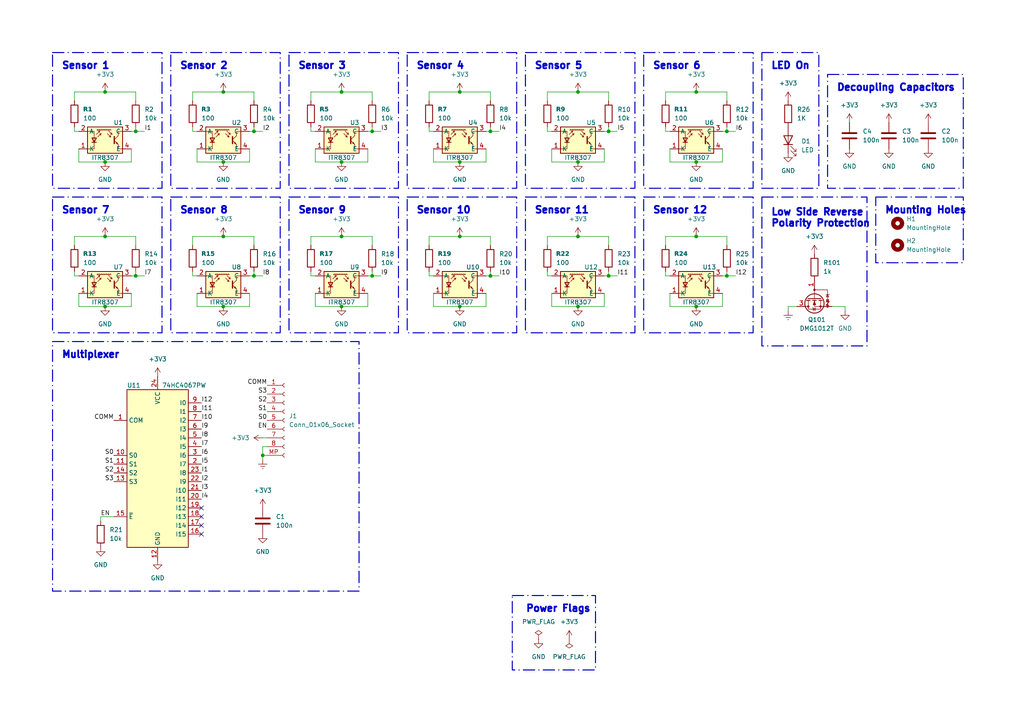
<source format=kicad_sch>
(kicad_sch (version 20230121) (generator eeschema)
  (paper "A4")
  (title_block (title "Line Sensor") (date "2024-01-13") (rev "1") (comment 1 "Autor: Pedro Henrique Germano Silva"))
  (lib_symbols
    (symbol "CUSTOM:74HC4067PW"
      (property "Reference" "U" (at -8.89 22.86 0))
      (property "Value" "74HC4067PW" (at 7.62 22.86 0))
      (symbol "74HC4067PW_0_1"
        (rectangle (start -8.89 21.59) (end 8.89 -24.13) (stroke (width 0.254)) (fill (type background)))
      )
      (symbol "74HC4067PW_1_1"
        (pin passive line (at -12.7 12.7 0) (length 3.81) (name "COM") (number "1"))
        (pin input line (at -12.7 2.54 0) (length 3.81) (name "S0") (number "10"))
        (pin input line (at -12.7 0 0) (length 3.81) (name "S1") (number "11"))
        (pin power_in line (at 0 -27.94 90) (length 3.81) (name "GND") (number "12"))
        (pin input line (at -12.7 -5.08 0) (length 3.81) (name "S3") (number "13"))
        (pin input line (at -12.7 -2.54 0) (length 3.81) (name "S2") (number "14"))
        (pin input line (at -12.7 -15.24 0) (length 3.81) (name "~{E}") (number "15"))
        (pin passive line (at 12.7 -20.32 180) (length 3.81) (name "I15") (number "16"))
        (pin passive line (at 12.7 -17.78 180) (length 3.81) (name "I14") (number "17"))
        (pin passive line (at 12.7 -15.24 180) (length 3.81) (name "I13") (number "18"))
        (pin passive line (at 12.7 -12.7 180) (length 3.81) (name "I12") (number "19"))
        (pin passive line (at 12.7 0 180) (length 3.81) (name "I7") (number "2"))
        (pin passive line (at 12.7 -10.16 180) (length 3.81) (name "I11") (number "20"))
        (pin passive line (at 12.7 -7.62 180) (length 3.81) (name "I10") (number "21"))
        (pin passive line (at 12.7 -5.08 180) (length 3.81) (name "I9") (number "22"))
        (pin passive line (at 12.7 -2.54 180) (length 3.81) (name "I8") (number "23"))
        (pin power_in line (at 0 25.4 270) (length 3.81) (name "VCC") (number "24"))
        (pin passive line (at 12.7 2.54 180) (length 3.81) (name "I6") (number "3"))
        (pin passive line (at 12.7 5.08 180) (length 3.81) (name "I5") (number "4"))
        (pin passive line (at 12.7 7.62 180) (length 3.81) (name "I4") (number "5"))
        (pin passive line (at 12.7 10.16 180) (length 3.81) (name "I3") (number "6"))
        (pin passive line (at 12.7 12.7 180) (length 3.81) (name "I2") (number "7"))
        (pin passive line (at 12.7 15.24 180) (length 3.81) (name "I1") (number "8"))
        (pin passive line (at 12.7 17.78 180) (length 3.81) (name "I0") (number "9"))
      )
    )
    (symbol "CUSTOM:ITR8307/S18/TR8(B)"
      (property "Reference" "U" (at -3.81 5.08 0))
      (property "Value" "ITR8307" (at 2.54 5.08 0))
      (symbol "ITR8307/S18/TR8(B)_0_1"
        (polyline (pts (xy -3.81 -0.635) (xy -2.54 -0.635)) (stroke (width 0.254)))
        (polyline (pts (xy -2.286 2.921) (xy -2.032 3.175)))
        (polyline (pts (xy -1.778 2.921) (xy -1.524 3.175)))
        (polyline (pts (xy -1.524 2.667) (xy -1.651 2.159)))
        (polyline (pts (xy -1.27 2.921) (xy -1.016 3.175)))
        (polyline (pts (xy -1.143 1.905) (xy -1.27 1.397)))
        (polyline (pts (xy -0.762 2.921) (xy -0.508 3.175)))
        (polyline (pts (xy -0.254 2.921) (xy 0 3.175)))
        (polyline (pts (xy 0.254 2.921) (xy 0.508 3.175)))
        (polyline (pts (xy 0.762 2.921) (xy 1.016 3.175)))
        (polyline (pts (xy 1.27 2.921) (xy 1.524 3.175)))
        (polyline (pts (xy 1.651 0.889) (xy 1.143 1.016)))
        (polyline (pts (xy 1.778 2.921) (xy -2.413 2.921)))
        (polyline (pts (xy 2.032 1.651) (xy 1.524 1.778)))
        (polyline (pts (xy 2.667 -0.127) (xy 3.81 -1.27)))
        (polyline (pts (xy 2.667 0.127) (xy 3.81 1.27)))
        (polyline (pts (xy -2.54 1.651) (xy -1.524 2.667) (xy -2.032 2.54)))
        (polyline (pts (xy -2.159 0.889) (xy -1.143 1.905) (xy -1.651 1.778)))
        (polyline (pts (xy 0.635 1.905) (xy 1.651 0.889) (xy 1.524 1.397)))
        (polyline (pts (xy 1.016 2.667) (xy 2.032 1.651) (xy 1.905 2.159)))
        (polyline (pts (xy 2.667 1.016) (xy 2.667 -1.016) (xy 2.667 -1.016)) (stroke (width 0.3556)))
        (polyline (pts (xy 3.81 -1.27) (xy 3.81 -2.54) (xy 5.08 -2.54)))
        (polyline (pts (xy 3.81 1.27) (xy 3.81 2.54) (xy 5.08 2.54)))
        (polyline (pts (xy -5.08 -2.54) (xy -3.175 -2.54) (xy -3.175 2.54) (xy -5.08 2.54)))
        (polyline (pts (xy -3.175 -0.635) (xy -3.81 0.635) (xy -2.54 0.635) (xy -3.175 -0.635)) (stroke (width 0.254)))
        (polyline (pts (xy 3.683 -1.143) (xy 3.429 -0.635) (xy 3.175 -0.889) (xy 3.683 -1.143)))
        (polyline (pts (xy -5.08 -3.81) (xy 5.08 -3.81) (xy 5.08 3.81) (xy -5.08 3.81) (xy -5.08 -3.81)) (stroke (width 0.254)) (fill (type background)))
      )
      (symbol "ITR8307/S18/TR8(B)_1_1"
        (pin passive line (at -7.62 -2.54 0) (length 2.54) (name "K") (number "1"))
        (pin passive line (at -7.62 2.54 0) (length 2.54) (name "A") (number "2"))
        (pin open_collector line (at 7.62 2.54 180) (length 2.54) (name "C") (number "3"))
        (pin passive line (at 7.62 -2.54 180) (length 2.54) (name "E") (number "4"))
      )
    )
    (symbol "Connector:Conn_01x09_Socket" (pin_names (offset 1.016) hide)
      (property "Reference" "J1" (at 1.27 1.2701 0))
      (property "Value" "Conn_01x06_Socket" (at 1.27 -1.2699 0))
      (symbol "Conn_01x09_Socket_1_1"
        (arc (start 0 -9.652) (mid -0.5058 -10.16) (end 0 -10.668) (stroke (width 0.1524)))
        (arc (start 0 -7.112) (mid -0.5058 -7.62) (end 0 -8.128) (stroke (width 0.1524)))
        (arc (start 0 -4.572) (mid -0.5058 -5.08) (end 0 -5.588) (stroke (width 0.1524)))
        (arc (start 0 -2.032) (mid -0.5058 -2.54) (end 0 -3.048) (stroke (width 0.1524)))
        (polyline (pts (xy -1.27 -10.16) (xy -0.508 -10.16)) (stroke (width 0.1524)))
        (polyline (pts (xy -1.27 -7.62) (xy -0.508 -7.62)) (stroke (width 0.1524)))
        (polyline (pts (xy -1.27 -5.08) (xy -0.508 -5.08)) (stroke (width 0.1524)))
        (polyline (pts (xy -1.27 -2.54) (xy -0.508 -2.54)) (stroke (width 0.1524)))
        (polyline (pts (xy -1.27 0) (xy -0.508 0)) (stroke (width 0.1524)))
        (polyline (pts (xy -1.27 2.54) (xy -0.508 2.54)) (stroke (width 0.1524)))
        (polyline (pts (xy -1.27 5.08) (xy -0.508 5.08)) (stroke (width 0.1524)))
        (polyline (pts (xy -1.27 7.62) (xy -0.508 7.62)) (stroke (width 0.1524)))
        (polyline (pts (xy -1.27 10.16) (xy -0.508 10.16)) (stroke (width 0.1524)))
        (arc (start 0 0.508) (mid -0.5058 0) (end 0 -0.508) (stroke (width 0.1524)))
        (arc (start 0 3.048) (mid -0.5058 2.54) (end 0 2.032) (stroke (width 0.1524)))
        (arc (start 0 5.588) (mid -0.5058 5.08) (end 0 4.572) (stroke (width 0.1524)))
        (arc (start 0 8.128) (mid -0.5058 7.62) (end 0 7.112) (stroke (width 0.1524)))
        (arc (start 0 10.668) (mid -0.5058 10.16) (end 0 9.652) (stroke (width 0.1524)))
        (pin passive line (at -5.08 10.16 0) (length 3.81) (name "Pin_1") (number "1"))
        (pin passive line (at -5.08 7.62 0) (length 3.81) (name "Pin_2") (number "2"))
        (pin passive line (at -5.08 5.08 0) (length 3.81) (name "Pin_3") (number "3"))
        (pin passive line (at -5.08 2.54 0) (length 3.81) (name "Pin_4") (number "4"))
        (pin passive line (at -5.08 0 0) (length 3.81) (name "Pin_5") (number "5"))
        (pin passive line (at -5.08 -2.54 0) (length 3.81) (name "Pin_6") (number "6"))
        (pin passive line (at -5.08 -5.08 0) (length 3.81) (name "Pin_7") (number "7"))
        (pin passive line (at -5.08 -7.62 0) (length 3.81) (name "Pin_8") (number "8"))
        (pin passive line (at -5.08 -10.16 0) (length 3.81) (name "Pin_9") (number "MP"))
      )
    )
    (symbol "Device:C" (pin_numbers hide) (pin_names (offset 0.254))
      (property "Reference" "C" (at 0.635 2.54 0))
      (property "Value" "C" (at 0.635 -2.54 0))
      (symbol "C_0_1"
        (polyline (pts (xy -2.032 -0.762) (xy 2.032 -0.762)) (stroke (width 0.508)))
        (polyline (pts (xy -2.032 0.762) (xy 2.032 0.762)) (stroke (width 0.508)))
      )
      (symbol "C_1_1"
        (pin passive line (at 0 3.81 270) (length 2.794) (name "~") (number "1"))
        (pin passive line (at 0 -3.81 90) (length 2.794) (name "~") (number "2"))
      )
    )
    (symbol "Device:LED" (pin_numbers hide) (pin_names (offset 1.016) hide)
      (property "Reference" "D" (at 0 2.54 0))
      (property "Value" "LED" (at 0 -2.54 0))
      (symbol "LED_0_1"
        (polyline (pts (xy -1.27 -1.27) (xy -1.27 1.27)) (stroke (width 0.254)))
        (polyline (pts (xy -1.27 0) (xy 1.27 0)))
        (polyline (pts (xy 1.27 -1.27) (xy 1.27 1.27) (xy -1.27 0) (xy 1.27 -1.27)) (stroke (width 0.254)))
        (polyline (pts (xy -3.048 -0.762) (xy -4.572 -2.286) (xy -3.81 -2.286) (xy -4.572 -2.286) (xy -4.572 -1.524)))
        (polyline (pts (xy -1.778 -0.762) (xy -3.302 -2.286) (xy -2.54 -2.286) (xy -3.302 -2.286) (xy -3.302 -1.524)))
      )
      (symbol "LED_1_1"
        (pin passive line (at -3.81 0 0) (length 2.54) (name "K") (number "1"))
        (pin passive line (at 3.81 0 180) (length 2.54) (name "A") (number "2"))
      )
    )
    (symbol "Device:R" (pin_numbers hide) (pin_names (offset 0))
      (property "Reference" "R" (at 2.032 0 90))
      (property "Value" "R" (at 0 0 90))
      (symbol "R_0_1"
        (rectangle (start -1.016 -2.54) (end 1.016 2.54) (stroke (width 0.254)))
      )
      (symbol "R_1_1"
        (pin passive line (at 0 3.81 270) (length 1.27) (name "~") (number "1"))
        (pin passive line (at 0 -3.81 90) (length 1.27) (name "~") (number "2"))
      )
    )
    (symbol "Mechanical:MountingHole" (pin_names (offset 1.016))
      (property "Reference" "H" (at 0 5.08 0))
      (property "Value" "MountingHole" (at 0 3.175 0))
      (symbol "MountingHole_0_1"
        (circle (center 0 0) (radius 1.27) (stroke (width 1.27)))
      )
    )
    (symbol "Transistor_FET:DMG1012T" (pin_names (offset 0) hide)
      (property "Reference" "Q" (at 5.08 1.905 0))
      (property "Value" "DMG1012T" (at 5.08 0 0))
      (symbol "DMG1012T_0_1"
        (polyline (pts (xy 2.54 -3.81) (xy -2.286 -3.81) (xy -2.286 0)))
      )
      (symbol "DMG1012T_1_1"
        (circle (center -2.286 0) (radius 0.254) (fill (type outline)))
        (polyline (pts (xy 0.254 0) (xy -2.54 0)))
        (polyline (pts (xy 0.254 1.905) (xy 0.254 -1.905)) (stroke (width 0.254)))
        (polyline (pts (xy 0.762 -1.27) (xy 0.762 -2.286)) (stroke (width 0.254)))
        (polyline (pts (xy 0.762 0.508) (xy 0.762 -0.508)) (stroke (width 0.254)))
        (polyline (pts (xy 0.762 2.286) (xy 0.762 1.27)) (stroke (width 0.254)))
        (polyline (pts (xy 2.54 2.54) (xy 2.54 1.778)))
        (polyline (pts (xy 2.54 -2.54) (xy 2.54 0) (xy 0.762 0)))
        (polyline (pts (xy -1.016 -4.318) (xy -0.889 -4.191) (xy -0.889 -3.429) (xy -0.762 -3.302)))
        (polyline (pts (xy -0.889 -3.81) (xy -0.254 -4.191) (xy -0.254 -3.429) (xy -0.889 -3.81)))
        (polyline (pts (xy 0.762 -1.778) (xy 3.302 -1.778) (xy 3.302 1.778) (xy 0.762 1.778)))
        (polyline (pts (xy 1.016 0) (xy 2.032 0.381) (xy 2.032 -0.381) (xy 1.016 0)) (fill (type outline)))
        (polyline (pts (xy 1.143 -3.81) (xy 0.508 -3.429) (xy 0.508 -4.191) (xy 1.143 -3.81)))
        (polyline (pts (xy 1.27 -3.302) (xy 1.143 -3.429) (xy 1.143 -4.191) (xy 1.016 -4.318)))
        (polyline (pts (xy 2.794 0.508) (xy 2.921 0.381) (xy 3.683 0.381) (xy 3.81 0.254)))
        (polyline (pts (xy 3.302 0.381) (xy 2.921 -0.254) (xy 3.683 -0.254) (xy 3.302 0.381)))
        (circle (center 1.651 0) (radius 2.794) (stroke (width 0.254)))
        (circle (center 2.54 -3.81) (radius 0.254) (fill (type outline)))
        (circle (center 2.54 -1.778) (radius 0.254) (fill (type outline)))
        (circle (center 2.54 1.778) (radius 0.254) (fill (type outline)))
        (pin input line (at -5.08 0 0) (length 2.54) (name "G") (number "1"))
        (pin passive line (at 2.54 -5.08 90) (length 2.54) (name "S") (number "2"))
        (pin passive line (at 2.54 5.08 270) (length 2.54) (name "D") (number "3"))
      )
    )
    (symbol "power:+3V3" (power) (pin_names (offset 0))
      (property "Value" "+3V3" (at 0 3.556 0))
      (symbol "+3V3_0_1"
        (polyline (pts (xy -0.762 1.27) (xy 0 2.54)))
        (polyline (pts (xy 0 0) (xy 0 2.54)))
        (polyline (pts (xy 0 2.54) (xy 0.762 1.27)))
      )
      (symbol "+3V3_1_1"
        (pin power_in line (at 0 0 90) (length 0) hide (name "+3V3") (number "1"))
      )
    )
    (symbol "power:Earth" (power) (pin_names (offset 0))
      (symbol "Earth_0_1"
        (polyline (pts (xy -0.635 -1.905) (xy 0.635 -1.905)))
        (polyline (pts (xy -0.127 -2.54) (xy 0.127 -2.54)))
        (polyline (pts (xy 0 -1.27) (xy 0 0)))
        (polyline (pts (xy 1.27 -1.27) (xy -1.27 -1.27)))
      )
      (symbol "Earth_1_1"
        (pin power_in line (at 0 0 270) (length 0) hide (name "Earth") (number "1"))
      )
    )
    (symbol "power:GND" (power) (pin_names (offset 0))
      (property "Value" "GND" (at 0 -3.81 0))
      (symbol "GND_0_1"
        (polyline (pts (xy 0 0) (xy 0 -1.27) (xy 1.27 -1.27) (xy 0 -2.54) (xy -1.27 -1.27) (xy 0 -1.27)))
      )
      (symbol "GND_1_1"
        (pin power_in line (at 0 0 270) (length 0) hide (name "GND") (number "1"))
      )
    )
    (symbol "power:PWR_FLAG" (power) (pin_numbers hide) (pin_names (offset 0) hide)
      (property "Value" "PWR_FLAG" (at 0 3.81 0))
      (symbol "PWR_FLAG_0_0"
        (pin power_out line (at 0 0 90) (length 0) (name "pwr") (number "1"))
      )
      (symbol "PWR_FLAG_0_1"
        (polyline (pts (xy 0 0) (xy 0 1.27) (xy -1.016 1.905) (xy 0 2.54) (xy 1.016 1.905) (xy 0 1.27)))
      )
    )
  )
  (junction (at 64.77 46.99))
  (junction (at 64.77 26.67))
  (junction (at 167.64 68.58))
  (junction (at 99.06 88.9))
  (junction (at 201.93 88.9))
  (junction (at 201.93 46.99))
  (junction (at 99.06 46.99))
  (junction (at 73.66 80.01))
  (junction (at 64.77 68.58))
  (junction (at 39.37 38.1))
  (junction (at 30.48 68.58))
  (junction (at 201.93 68.58))
  (junction (at 201.93 26.67))
  (junction (at 64.77 88.9))
  (junction (at 133.35 46.99))
  (junction (at 30.48 88.9))
  (junction (at 30.48 46.99))
  (junction (at 133.35 88.9))
  (junction (at 142.24 80.01))
  (junction (at 133.35 68.58))
  (junction (at 167.64 26.67))
  (junction (at 210.82 80.01))
  (junction (at 99.06 26.67))
  (junction (at 30.48 26.67))
  (junction (at 176.53 80.01))
  (junction (at 99.06 68.58))
  (junction (at 73.66 38.1))
  (junction (at 76.2 132.08))
  (junction (at 176.53 38.1))
  (junction (at 167.64 88.9))
  (junction (at 133.35 26.67))
  (junction (at 142.24 38.1))
  (junction (at 167.64 46.99))
  (junction (at 107.95 38.1))
  (junction (at 39.37 80.01))
  (junction (at 210.82 38.1))
  (junction (at 107.95 80.01))
  (no_connect (at 58.42 154.94))
  (no_connect (at 58.42 147.32))
  (no_connect (at 58.42 152.4))
  (no_connect (at 58.42 149.86))
  (wire (pts (xy 91.44 46.99) (xy 99.06 46.99)))
  (wire (pts (xy 142.24 80.01) (xy 142.24 78.74)))
  (wire (pts (xy 140.97 46.99) (xy 133.35 46.99)))
  (wire (pts (xy 158.75 29.21) (xy 158.75 26.67)))
  (wire (pts (xy 228.6 90.17) (xy 228.6 88.9)))
  (wire (pts (xy 209.55 88.9) (xy 201.93 88.9)))
  (wire (pts (xy 125.73 38.1) (xy 124.46 38.1)))
  (wire (pts (xy 176.53 80.01) (xy 176.53 78.74)))
  (wire (pts (xy 107.95 68.58) (xy 99.06 68.58)))
  (wire (pts (xy 124.46 38.1) (xy 124.46 36.83)))
  (wire (pts (xy 39.37 68.58) (xy 30.48 68.58)))
  (wire (pts (xy 91.44 80.01) (xy 90.17 80.01)))
  (wire (pts (xy 124.46 26.67) (xy 133.35 26.67)))
  (wire (pts (xy 38.1 38.1) (xy 39.37 38.1)))
  (wire (pts (xy 90.17 71.12) (xy 90.17 68.58)))
  (wire (pts (xy 72.39 85.09) (xy 72.39 88.9)))
  (wire (pts (xy 22.86 46.99) (xy 30.48 46.99)))
  (wire (pts (xy 39.37 80.01) (xy 41.91 80.01)))
  (wire (pts (xy 210.82 38.1) (xy 213.36 38.1)))
  (wire (pts (xy 125.73 80.01) (xy 124.46 80.01)))
  (wire (pts (xy 124.46 80.01) (xy 124.46 78.74)))
  (wire (pts (xy 21.59 71.12) (xy 21.59 68.58)))
  (wire (pts (xy 107.95 38.1) (xy 107.95 36.83)))
  (wire (pts (xy 38.1 43.18) (xy 38.1 46.99)))
  (wire (pts (xy 142.24 71.12) (xy 142.24 68.58)))
  (wire (pts (xy 39.37 80.01) (xy 39.37 78.74)))
  (wire (pts (xy 57.15 38.1) (xy 55.88 38.1)))
  (wire (pts (xy 176.53 26.67) (xy 167.64 26.67)))
  (wire (pts (xy 22.86 85.09) (xy 22.86 88.9)))
  (wire (pts (xy 194.31 38.1) (xy 193.04 38.1)))
  (wire (pts (xy 39.37 71.12) (xy 39.37 68.58)))
  (wire (pts (xy 73.66 38.1) (xy 76.2 38.1)))
  (wire (pts (xy 38.1 46.99) (xy 30.48 46.99)))
  (wire (pts (xy 55.88 71.12) (xy 55.88 68.58)))
  (wire (pts (xy 245.11 88.9) (xy 245.11 90.17)))
  (wire (pts (xy 176.53 68.58) (xy 167.64 68.58)))
  (wire (pts (xy 140.97 88.9) (xy 133.35 88.9)))
  (wire (pts (xy 55.88 80.01) (xy 55.88 78.74)))
  (wire (pts (xy 90.17 80.01) (xy 90.17 78.74)))
  (wire (pts (xy 175.26 88.9) (xy 167.64 88.9)))
  (wire (pts (xy 73.66 29.21) (xy 73.66 26.67)))
  (wire (pts (xy 39.37 26.67) (xy 30.48 26.67)))
  (wire (pts (xy 140.97 80.01) (xy 142.24 80.01)))
  (wire (pts (xy 158.75 80.01) (xy 158.75 78.74)))
  (wire (pts (xy 76.2 129.54) (xy 77.47 129.54)))
  (wire (pts (xy 158.75 68.58) (xy 167.64 68.58)))
  (wire (pts (xy 193.04 71.12) (xy 193.04 68.58)))
  (wire (pts (xy 107.95 80.01) (xy 110.49 80.01)))
  (wire (pts (xy 73.66 71.12) (xy 73.66 68.58)))
  (wire (pts (xy 55.88 68.58) (xy 64.77 68.58)))
  (wire (pts (xy 57.15 80.01) (xy 55.88 80.01)))
  (wire (pts (xy 107.95 29.21) (xy 107.95 26.67)))
  (wire (pts (xy 160.02 43.18) (xy 160.02 46.99)))
  (wire (pts (xy 106.68 46.99) (xy 99.06 46.99)))
  (wire (pts (xy 91.44 85.09) (xy 91.44 88.9)))
  (wire (pts (xy 194.31 85.09) (xy 194.31 88.9)))
  (wire (pts (xy 57.15 88.9) (xy 64.77 88.9)))
  (wire (pts (xy 175.26 85.09) (xy 175.26 88.9)))
  (wire (pts (xy 124.46 68.58) (xy 133.35 68.58)))
  (wire (pts (xy 158.75 26.67) (xy 167.64 26.67)))
  (wire (pts (xy 76.2 127) (xy 77.47 127)))
  (wire (pts (xy 209.55 80.01) (xy 210.82 80.01)))
  (wire (pts (xy 142.24 26.67) (xy 133.35 26.67)))
  (wire (pts (xy 106.68 80.01) (xy 107.95 80.01)))
  (wire (pts (xy 76.2 132.08) (xy 77.47 132.08)))
  (wire (pts (xy 124.46 29.21) (xy 124.46 26.67)))
  (wire (pts (xy 125.73 46.99) (xy 133.35 46.99)))
  (wire (pts (xy 106.68 38.1) (xy 107.95 38.1)))
  (wire (pts (xy 106.68 85.09) (xy 106.68 88.9)))
  (wire (pts (xy 73.66 80.01) (xy 76.2 80.01)))
  (wire (pts (xy 73.66 26.67) (xy 64.77 26.67)))
  (wire (pts (xy 210.82 80.01) (xy 210.82 78.74)))
  (wire (pts (xy 160.02 80.01) (xy 158.75 80.01)))
  (wire (pts (xy 142.24 38.1) (xy 144.78 38.1)))
  (wire (pts (xy 57.15 46.99) (xy 64.77 46.99)))
  (wire (pts (xy 106.68 88.9) (xy 99.06 88.9)))
  (wire (pts (xy 142.24 68.58) (xy 133.35 68.58)))
  (wire (pts (xy 21.59 38.1) (xy 21.59 36.83)))
  (wire (pts (xy 29.21 151.13) (xy 29.21 149.86)))
  (wire (pts (xy 193.04 68.58) (xy 201.93 68.58)))
  (wire (pts (xy 175.26 38.1) (xy 176.53 38.1)))
  (wire (pts (xy 107.95 71.12) (xy 107.95 68.58)))
  (wire (pts (xy 22.86 43.18) (xy 22.86 46.99)))
  (wire (pts (xy 158.75 71.12) (xy 158.75 68.58)))
  (wire (pts (xy 210.82 68.58) (xy 201.93 68.58)))
  (wire (pts (xy 142.24 38.1) (xy 142.24 36.83)))
  (wire (pts (xy 125.73 88.9) (xy 133.35 88.9)))
  (wire (pts (xy 38.1 85.09) (xy 38.1 88.9)))
  (wire (pts (xy 241.3 88.9) (xy 245.11 88.9)))
  (wire (pts (xy 209.55 38.1) (xy 210.82 38.1)))
  (wire (pts (xy 107.95 26.67) (xy 99.06 26.67)))
  (wire (pts (xy 210.82 71.12) (xy 210.82 68.58)))
  (wire (pts (xy 107.95 80.01) (xy 107.95 78.74)))
  (wire (pts (xy 193.04 38.1) (xy 193.04 36.83)))
  (wire (pts (xy 175.26 80.01) (xy 176.53 80.01)))
  (wire (pts (xy 29.21 149.86) (xy 33.02 149.86)))
  (wire (pts (xy 57.15 43.18) (xy 57.15 46.99)))
  (wire (pts (xy 210.82 26.67) (xy 201.93 26.67)))
  (wire (pts (xy 21.59 80.01) (xy 21.59 78.74)))
  (wire (pts (xy 38.1 88.9) (xy 30.48 88.9)))
  (wire (pts (xy 72.39 88.9) (xy 64.77 88.9)))
  (wire (pts (xy 91.44 38.1) (xy 90.17 38.1)))
  (wire (pts (xy 21.59 68.58) (xy 30.48 68.58)))
  (wire (pts (xy 90.17 26.67) (xy 99.06 26.67)))
  (wire (pts (xy 209.55 46.99) (xy 201.93 46.99)))
  (wire (pts (xy 194.31 46.99) (xy 201.93 46.99)))
  (wire (pts (xy 38.1 80.01) (xy 39.37 80.01)))
  (wire (pts (xy 39.37 29.21) (xy 39.37 26.67)))
  (wire (pts (xy 160.02 38.1) (xy 158.75 38.1)))
  (wire (pts (xy 175.26 46.99) (xy 167.64 46.99)))
  (wire (pts (xy 175.26 43.18) (xy 175.26 46.99)))
  (wire (pts (xy 160.02 46.99) (xy 167.64 46.99)))
  (wire (pts (xy 140.97 38.1) (xy 142.24 38.1)))
  (wire (pts (xy 209.55 85.09) (xy 209.55 88.9)))
  (wire (pts (xy 176.53 29.21) (xy 176.53 26.67)))
  (wire (pts (xy 176.53 71.12) (xy 176.53 68.58)))
  (wire (pts (xy 140.97 85.09) (xy 140.97 88.9)))
  (wire (pts (xy 210.82 38.1) (xy 210.82 36.83)))
  (wire (pts (xy 142.24 29.21) (xy 142.24 26.67)))
  (wire (pts (xy 22.86 38.1) (xy 21.59 38.1)))
  (wire (pts (xy 76.2 132.08) (xy 76.2 129.54)))
  (wire (pts (xy 107.95 38.1) (xy 110.49 38.1)))
  (wire (pts (xy 39.37 38.1) (xy 41.91 38.1)))
  (wire (pts (xy 194.31 80.01) (xy 193.04 80.01)))
  (wire (pts (xy 39.37 38.1) (xy 39.37 36.83)))
  (wire (pts (xy 91.44 88.9) (xy 99.06 88.9)))
  (wire (pts (xy 160.02 85.09) (xy 160.02 88.9)))
  (wire (pts (xy 73.66 68.58) (xy 64.77 68.58)))
  (wire (pts (xy 140.97 43.18) (xy 140.97 46.99)))
  (wire (pts (xy 91.44 43.18) (xy 91.44 46.99)))
  (wire (pts (xy 194.31 43.18) (xy 194.31 46.99)))
  (wire (pts (xy 176.53 80.01) (xy 179.07 80.01)))
  (wire (pts (xy 193.04 29.21) (xy 193.04 26.67)))
  (wire (pts (xy 55.88 38.1) (xy 55.88 36.83)))
  (wire (pts (xy 21.59 26.67) (xy 30.48 26.67)))
  (wire (pts (xy 72.39 38.1) (xy 73.66 38.1)))
  (wire (pts (xy 73.66 80.01) (xy 73.66 78.74)))
  (wire (pts (xy 90.17 38.1) (xy 90.17 36.83)))
  (wire (pts (xy 22.86 88.9) (xy 30.48 88.9)))
  (wire (pts (xy 176.53 38.1) (xy 176.53 36.83)))
  (wire (pts (xy 124.46 71.12) (xy 124.46 68.58)))
  (wire (pts (xy 228.6 88.9) (xy 231.14 88.9)))
  (wire (pts (xy 90.17 68.58) (xy 99.06 68.58)))
  (wire (pts (xy 193.04 80.01) (xy 193.04 78.74)))
  (wire (pts (xy 22.86 80.01) (xy 21.59 80.01)))
  (wire (pts (xy 106.68 43.18) (xy 106.68 46.99)))
  (wire (pts (xy 209.55 43.18) (xy 209.55 46.99)))
  (wire (pts (xy 142.24 80.01) (xy 144.78 80.01)))
  (wire (pts (xy 21.59 29.21) (xy 21.59 26.67)))
  (wire (pts (xy 194.31 88.9) (xy 201.93 88.9)))
  (wire (pts (xy 72.39 46.99) (xy 64.77 46.99)))
  (wire (pts (xy 55.88 26.67) (xy 64.77 26.67)))
  (wire (pts (xy 160.02 88.9) (xy 167.64 88.9)))
  (wire (pts (xy 125.73 85.09) (xy 125.73 88.9)))
  (wire (pts (xy 72.39 43.18) (xy 72.39 46.99)))
  (wire (pts (xy 73.66 38.1) (xy 73.66 36.83)))
  (wire (pts (xy 90.17 29.21) (xy 90.17 26.67)))
  (wire (pts (xy 193.04 26.67) (xy 201.93 26.67)))
  (wire (pts (xy 176.53 38.1) (xy 179.07 38.1)))
  (wire (pts (xy 76.2 133.35) (xy 76.2 132.08)))
  (wire (pts (xy 125.73 43.18) (xy 125.73 46.99)))
  (wire (pts (xy 57.15 85.09) (xy 57.15 88.9)))
  (wire (pts (xy 55.88 29.21) (xy 55.88 26.67)))
  (wire (pts (xy 72.39 80.01) (xy 73.66 80.01)))
  (wire (pts (xy 210.82 29.21) (xy 210.82 26.67)))
  (wire (pts (xy 158.75 38.1) (xy 158.75 36.83)))
  (wire (pts (xy 210.82 80.01) (xy 213.36 80.01)))
  (rectangle (start 152.4 15.24) (end 184.15 54.61) (stroke (width 0.3) (type dash_dot)))
  (rectangle (start 220.98 15.24) (end 237.49 54.61) (stroke (width 0.3) (type dash_dot)))
  (rectangle (start 83.82 15.24) (end 115.57 54.61) (stroke (width 0.3) (type dash_dot)))
  (rectangle (start 186.69 57.15) (end 218.44 96.52) (stroke (width 0.3) (type dash_dot)))
  (rectangle (start 83.82 57.15) (end 115.57 96.52) (stroke (width 0.3) (type dash_dot)))
  (rectangle (start 15.24 57.15) (end 46.99 96.52) (stroke (width 0.3) (type dash_dot)))
  (rectangle (start 148.59 172.72) (end 172.72 194.31) (stroke (width 0.3) (type dash_dot)))
  (rectangle (start 49.53 15.24) (end 81.28 54.61) (stroke (width 0.3) (type dash_dot)))
  (rectangle (start 254 57.15) (end 279.4 76.2) (stroke (width 0.3) (type dash_dot)))
  (rectangle (start 152.4 57.15) (end 184.15 96.52) (stroke (width 0.3) (type dash_dot)))
  (rectangle (start 240.03 21.59) (end 279.4 54.61) (stroke (width 0.3) (type dash_dot)))
  (rectangle (start 15.24 15.24) (end 46.99 54.61) (stroke (width 0.3) (type dash_dot)))
  (rectangle (start 220.98 57.15) (end 251.46 100.33) (stroke (width 0.3) (type dash_dot)))
  (rectangle (start 186.69 15.24) (end 218.44 54.61) (stroke (width 0.3) (type dash_dot)))
  (rectangle (start 118.11 15.24) (end 149.86 54.61) (stroke (width 0.3) (type dash_dot)))
  (rectangle (start 15.24 99.06) (end 104.14 171.45) (stroke (width 0.3) (type dash_dot)))
  (rectangle (start 118.11 57.15) (end 149.86 96.52) (stroke (width 0.3) (type dash_dot)))
  (rectangle (start 49.53 57.15) (end 81.28 96.52) (stroke (width 0.3) (type dash_dot)))
  (text "Sensor 7" (at 17.78 62.23 0) (effects (font (size 2 2) (thickness 0.6) bold) (justify left bottom)))
  (text "Sensor 10" (at 120.65 62.23 0) (effects (font (size 2 2) (thickness 0.6) bold) (justify left bottom)))
  (text "Mounting Holes" (at 256.54 62.23 0) (effects (font (size 2 2) (thickness 0.6) bold) (justify left bottom)))
  (text "LED On" (at 223.52 20.32 0) (effects (font (size 2 2) (thickness 0.6) bold) (justify left bottom)))
  (text "Sensor 11" (at 154.94 62.23 0) (effects (font (size 2 2) (thickness 0.6) bold) (justify left bottom)))
  (text "Power Flags" (at 152.4 177.8 0) (effects (font (size 2 2) (thickness 0.6) bold) (justify left bottom)))
  (text "Sensor 4" (at 120.65 20.32 0) (effects (font (size 2 2) (thickness 0.6) bold) (justify left bottom)))
  (text "Sensor 2" (at 52.07 20.32 0) (effects (font (size 2 2) (thickness 0.6) bold) (justify left bottom)))
  (text "Sensor 12" (at 189.23 62.23 0) (effects (font (size 2 2) (thickness 0.6) bold) (justify left bottom)))
  (text "Sensor 3" (at 86.36 20.32 0) (effects (font (size 2 2) (thickness 0.6) bold) (justify left bottom)))
  (text "Sensor 5" (at 154.94 20.32 0) (effects (font (size 2 2) (thickness 0.6) bold) (justify left bottom)))
  (text "Decoupling Capacitors" (at 242.57 26.67 0) (effects (font (size 2 2) (thickness 0.6) bold) (justify left bottom)))
  (text "Multiplexer" (at 17.78 104.14 0) (effects (font (size 2 2) (thickness 0.6) bold) (justify left bottom)))
  (text "Low Side Reverse\nPolarity Protection" (at 223.52 66.04 0) (effects (font (size 2 2) (thickness 0.6) bold) (justify left bottom)))
  (text "Sensor 6" (at 189.23 20.32 0) (effects (font (size 2 2) (thickness 0.6) bold) (justify left bottom)))
  (text "Sensor 9" (at 86.36 62.23 0) (effects (font (size 2 2) (thickness 0.6) bold) (justify left bottom)))
  (text "Sensor 1" (at 17.78 20.32 0) (effects (font (size 2 2) (thickness 0.6) bold) (justify left bottom)))
  (text "Sensor 8" (at 52.07 62.23 0) (effects (font (size 2 2) (thickness 0.6) bold) (justify left bottom)))
  (label "S0" (at 33.02 132.08 180))
  (label "I6" (at 58.42 132.08 0))
  (label "I10" (at 58.42 121.92 0))
  (label "I11" (at 58.42 119.38 0))
  (label "I1" (at 41.91 38.1 0))
  (label "I5" (at 179.07 38.1 0))
  (label "S0" (at 77.47 121.92 180))
  (label "I12" (at 213.36 80.01 0))
  (label "I1" (at 58.42 137.16 0))
  (label "I8" (at 58.42 127 0))
  (label "I3" (at 110.49 38.1 0))
  (label "COMM" (at 33.02 121.92 180))
  (label "I7" (at 58.42 129.54 0))
  (label "S1" (at 33.02 134.62 180))
  (label "I6" (at 213.36 38.1 0))
  (label "S2" (at 77.47 116.84 180))
  (label "I4" (at 58.42 144.78 0))
  (label "I7" (at 41.91 80.01 0))
  (label "I10" (at 144.78 80.01 0))
  (label "I4" (at 144.78 38.1 0))
  (label "EN" (at 77.47 124.46 180))
  (label "I2" (at 58.42 139.7 0))
  (label "I9" (at 58.42 124.46 0))
  (label "S3" (at 33.02 139.7 180))
  (label "I11" (at 179.07 80.01 0))
  (label "I12" (at 58.42 116.84 0))
  (label "I9" (at 110.49 80.01 0))
  (label "S2" (at 33.02 137.16 180))
  (label "I3" (at 58.42 142.24 0))
  (label "I5" (at 58.42 134.62 0))
  (label "S1" (at 77.47 119.38 180))
  (label "COMM" (at 77.47 111.76 180))
  (label "S3" (at 77.47 114.3 180))
  (label "I2" (at 76.2 38.1 0))
  (label "EN" (at 29.21 149.86 0))
  (label "I8" (at 76.2 80.01 0))
  (symbol (lib_id "power:GND") (at 245.11 90.17 0) (unit 1)
    (property "Reference" "#PWR0103" (effects hide))
    (property "Value" "GND" (at 245.11 95.25 0))
  )
  (symbol (lib_id "power:+3V3") (at 257.81 35.56 0) (unit 1)
    (property "Reference" "#PWR036" (effects hide))
    (property "Value" "+3V3" (at 257.81 30.48 0))
  )
  (symbol (lib_id "power:GND") (at 64.77 88.9 0) (unit 1)
    (property "Reference" "#PWR016" (effects hide))
    (property "Value" "GND" (at 64.77 93.98 0))
  )
  (symbol (lib_id "power:+3V3") (at 167.64 26.67 0) (unit 1)
    (property "Reference" "#PWR09" (effects hide))
    (property "Value" "+3V3" (at 167.64 21.59 0))
  )
  (symbol (lib_id "power:GND") (at 30.48 88.9 0) (unit 1)
    (property "Reference" "#PWR014" (effects hide))
    (property "Value" "GND" (at 30.48 93.98 0))
  )
  (symbol (lib_id "power:GND") (at 76.2 154.94 0) (unit 1)
    (property "Reference" "#PWR027" (effects hide))
    (property "Value" "GND" (at 76.2 160.02 0))
  )
  (symbol (lib_id "power:+3V3") (at 236.22 73.66 0) (unit 1)
    (property "Reference" "#PWR0102" (effects hide))
    (property "Value" "+3V3" (at 236.22 68.58 0))
  )
  (symbol (lib_id "CUSTOM:74HC4067PW") (at 45.72 134.62 0) (unit 1)
    (property "Reference" "U11" (at 36.83 111.76 0) (effects (justify left)))
    (property "Value" "74HC4067PW" (at 46.99 111.76 0) (effects (justify left)))
    (property "Footprint" "Package_SO:TSSOP-24_4.4x7.8mm_P0.65mm" (effects hide))
    (property "Datasheet" "https://datasheet.lcsc.com/lcsc/1808081233_Nexperia-74HC4067PW-118_C179326.pdf" (effects hide))
    (property "LCSC" "C179326" (effects hide))
  )
  (symbol (lib_id "Device:R") (at 55.88 33.02 180) (unit 1)
    (property "Reference" "R3" (at 58.42 31.7499 0) (effects (justify right)))
    (property "Value" "100" (at 58.42 34.29 0) (effects (justify right)))
    (property "Footprint" "Resistor_SMD:R_0805_2012Metric" (effects hide))
    (property "LCSC" "C17408" (effects hide))
  )
  (symbol (lib_id "Device:R") (at 158.75 74.93 180) (unit 1)
    (property "Reference" "R22" (at 161.29 73.6599 0) (effects (justify right)))
    (property "Value" "100" (at 161.29 76.2 0) (effects (justify right)))
    (property "Footprint" "Resistor_SMD:R_0805_2012Metric" (effects hide))
    (property "LCSC" "C17408" (effects hide))
  )
  (symbol (lib_id "CUSTOM:ITR8307/S18/TR8(B)") (at 99.06 82.55 0) (unit 1)
    (property "Reference" "U9" (at 102.87 77.47 0))
    (property "Value" "ITR8307" (at 99.06 87.63 0))
    (property "Footprint" "Custom:ITR8307_S18_TR8_B" (effects hide))
    (property "Datasheet" "http://www.everlight.com/file/ProductFile/ITR8307.pdf" (effects hide))
    (property "LCSC" "C115037" (effects hide))
  )
  (symbol (lib_id "Mechanical:MountingHole") (at 260.35 71.12 0) (unit 1)
    (property "Reference" "H2" (at 262.89 69.8499 0) (effects (justify left)))
    (property "Value" "MountingHole" (at 262.89 72.3899 0) (effects (justify left)))
    (property "Footprint" "MountingHole:MountingHole_3.2mm_M3_Pad_Via" (effects hide))
  )
  (symbol (lib_id "Device:R") (at 55.88 74.93 180) (unit 1)
    (property "Reference" "R15" (at 58.42 73.6599 0) (effects (justify right)))
    (property "Value" "100" (at 58.42 76.2 0) (effects (justify right)))
    (property "Footprint" "Resistor_SMD:R_0805_2012Metric" (effects hide))
    (property "LCSC" "C17408" (effects hide))
  )
  (symbol (lib_id "Device:R") (at 158.75 33.02 180) (unit 1)
    (property "Reference" "R9" (at 161.29 31.7499 0) (effects (justify right)))
    (property "Value" "100" (at 161.29 34.29 0) (effects (justify right)))
    (property "Footprint" "Resistor_SMD:R_0805_2012Metric" (effects hide))
    (property "LCSC" "C17408" (effects hide))
  )
  (symbol (lib_id "Device:R") (at 90.17 74.93 180) (unit 1)
    (property "Reference" "R17" (at 92.71 73.6599 0) (effects (justify right)))
    (property "Value" "100" (at 92.71 76.2 0) (effects (justify right)))
    (property "Footprint" "Resistor_SMD:R_0805_2012Metric" (effects hide))
    (property "LCSC" "C17408" (effects hide))
  )
  (symbol (lib_id "CUSTOM:ITR8307/S18/TR8(B)") (at 201.93 40.64 0) (unit 1)
    (property "Reference" "U6" (at 205.74 35.56 0))
    (property "Value" "ITR8307" (at 201.93 45.72 0))
    (property "Footprint" "Custom:ITR8307_S18_TR8_B" (effects hide))
    (property "Datasheet" "http://www.everlight.com/file/ProductFile/ITR8307.pdf" (effects hide))
    (property "LCSC" "C115037" (effects hide))
  )
  (symbol (lib_id "CUSTOM:ITR8307/S18/TR8(B)") (at 30.48 82.55 0) (unit 1)
    (property "Reference" "U7" (at 34.29 77.47 0))
    (property "Value" "ITR8307" (at 30.48 87.63 0))
    (property "Footprint" "Custom:ITR8307_S18_TR8_B" (effects hide))
    (property "Datasheet" "http://www.everlight.com/file/ProductFile/ITR8307.pdf" (effects hide))
    (property "LCSC" "C115037" (effects hide))
  )
  (symbol (lib_id "Device:R") (at 107.95 33.02 0) (unit 1)
    (property "Reference" "R6" (at 110.49 31.75 0) (effects (justify left)))
    (property "Value" "10k" (at 110.49 34.29 0) (effects (justify left)))
    (property "Footprint" "Resistor_SMD:R_0805_2012Metric" (effects hide))
    (property "MPN" "C17414" (effects hide))
  )
  (symbol (lib_id "power:GND") (at 99.06 88.9 0) (unit 1)
    (property "Reference" "#PWR018" (effects hide))
    (property "Value" "GND" (at 99.06 93.98 0))
  )
  (symbol (lib_id "power:GND") (at 201.93 46.99 0) (unit 1)
    (property "Reference" "#PWR012" (effects hide))
    (property "Value" "GND" (at 201.93 52.07 0))
  )
  (symbol (lib_id "Device:C") (at 257.81 39.37 0) (unit 1)
    (property "Reference" "C3" (at 261.62 38.0999 0) (effects (justify left)))
    (property "Value" "100n" (at 261.62 40.6399 0) (effects (justify left)))
    (property "Footprint" "Capacitor_SMD:C_0805_2012Metric_Pad1.18x1.45mm_HandSolder" (effects hide))
    (property "LCSC" "C38141" (effects hide))
  )
  (symbol (lib_id "Device:R") (at 39.37 74.93 0) (unit 1)
    (property "Reference" "R14" (at 41.91 73.66 0) (effects (justify left)))
    (property "Value" "10k" (at 41.91 76.2 0) (effects (justify left)))
    (property "Footprint" "Resistor_SMD:R_0805_2012Metric" (effects hide))
    (property "LCSC" "C17414" (effects hide))
  )
  (symbol (lib_id "Device:R") (at 90.17 33.02 180) (unit 1)
    (property "Reference" "R5" (at 92.71 31.7499 0) (effects (justify right)))
    (property "Value" "100" (at 92.71 34.29 0) (effects (justify right)))
    (property "Footprint" "Resistor_SMD:R_0805_2012Metric" (effects hide))
    (property "LCSC" "C17408" (effects hide))
  )
  (symbol (lib_id "power:GND") (at 64.77 46.99 0) (unit 1)
    (property "Reference" "#PWR04" (effects hide))
    (property "Value" "GND" (at 64.77 52.07 0))
  )
  (symbol (lib_id "power:GND") (at 99.06 46.99 0) (unit 1)
    (property "Reference" "#PWR06" (effects hide))
    (property "Value" "GND" (at 99.06 52.07 0))
  )
  (symbol (lib_id "power:GND") (at 29.21 158.75 0) (unit 1)
    (property "Reference" "#PWR025" (effects hide))
    (property "Value" "GND" (at 29.21 163.83 0))
  )
  (symbol (lib_id "power:GND") (at 167.64 88.9 0) (unit 1)
    (property "Reference" "#PWR031" (effects hide))
    (property "Value" "GND" (at 167.64 93.98 0))
  )
  (symbol (lib_id "CUSTOM:ITR8307/S18/TR8(B)") (at 64.77 40.64 0) (unit 1)
    (property "Reference" "U2" (at 68.58 35.56 0))
    (property "Value" "ITR8307" (at 64.77 45.72 0))
    (property "Footprint" "Custom:ITR8307_S18_TR8_B" (effects hide))
    (property "Datasheet" "http://www.everlight.com/file/ProductFile/ITR8307.pdf" (effects hide))
    (property "LCSC" "C115037" (effects hide))
  )
  (symbol (lib_id "power:GND") (at 201.93 88.9 0) (unit 1)
    (property "Reference" "#PWR033" (effects hide))
    (property "Value" "GND" (at 201.93 93.98 0))
  )
  (symbol (lib_id "CUSTOM:ITR8307/S18/TR8(B)") (at 133.35 82.55 0) (unit 1)
    (property "Reference" "U10" (at 137.16 77.47 0))
    (property "Value" "ITR8307" (at 133.35 87.63 0))
    (property "Footprint" "Custom:ITR8307_S18_TR8_B" (effects hide))
    (property "Datasheet" "http://www.everlight.com/file/ProductFile/ITR8307.pdf" (effects hide))
    (property "LCSC" "C115037" (effects hide))
  )
  (symbol (lib_id "power:PWR_FLAG") (at 156.21 185.42 0) (unit 1)
    (property "Reference" "#FLG01" (effects hide))
    (property "Value" "PWR_FLAG" (at 156.21 180.34 0))
  )
  (symbol (lib_id "CUSTOM:ITR8307/S18/TR8(B)") (at 30.48 40.64 0) (unit 1)
    (property "Reference" "U1" (at 34.29 35.56 0))
    (property "Value" "ITR8307" (at 30.48 45.72 0))
    (property "Footprint" "Custom:ITR8307_S18_TR8_B" (effects hide))
    (property "Datasheet" "http://www.everlight.com/file/ProductFile/ITR8307.pdf" (effects hide))
    (property "LCSC" "C115037" (effects hide))
  )
  (symbol (lib_id "power:+3V3") (at 76.2 147.32 0) (unit 1)
    (property "Reference" "#PWR026" (effects hide))
    (property "Value" "+3V3" (at 76.2 142.24 0))
  )
  (symbol (lib_id "Device:R") (at 39.37 33.02 0) (unit 1)
    (property "Reference" "R2" (at 41.91 31.75 0) (effects (justify left)))
    (property "Value" "10k" (at 41.91 34.29 0) (effects (justify left)))
    (property "Footprint" "Resistor_SMD:R_0805_2012Metric" (effects hide))
    (property "LCSC" "C17414" (effects hide))
  )
  (symbol (lib_id "Device:C") (at 76.2 151.13 0) (unit 1)
    (property "Reference" "C1" (at 80.01 149.8599 0) (effects (justify left)))
    (property "Value" "100n" (at 80.01 152.3999 0) (effects (justify left)))
    (property "Footprint" "Capacitor_SMD:C_0805_2012Metric_Pad1.18x1.45mm_HandSolder" (effects hide))
    (property "LCSC" "C38141" (effects hide))
  )
  (symbol (lib_id "CUSTOM:ITR8307/S18/TR8(B)") (at 167.64 40.64 0) (unit 1)
    (property "Reference" "U5" (at 171.45 35.56 0))
    (property "Value" "ITR8307" (at 167.64 45.72 0))
    (property "Footprint" "Custom:ITR8307_S18_TR8_B" (effects hide))
    (property "Datasheet" "http://www.everlight.com/file/ProductFile/ITR8307.pdf" (effects hide))
    (property "LCSC" "C115037" (effects hide))
  )
  (symbol (lib_id "CUSTOM:ITR8307/S18/TR8(B)") (at 133.35 40.64 0) (unit 1)
    (property "Reference" "U4" (at 137.16 35.56 0))
    (property "Value" "ITR8307" (at 133.35 45.72 0))
    (property "Footprint" "Custom:ITR8307_S18_TR8_B" (effects hide))
    (property "Datasheet" "http://www.everlight.com/file/ProductFile/ITR8307.pdf" (effects hide))
    (property "LCSC" "C115037" (effects hide))
  )
  (symbol (lib_id "power:+3V3") (at 133.35 68.58 0) (unit 1)
    (property "Reference" "#PWR019" (effects hide))
    (property "Value" "+3V3" (at 133.35 63.5 0))
  )
  (symbol (lib_id "Mechanical:MountingHole") (at 260.35 64.77 0) (unit 1)
    (property "Reference" "H1" (at 262.89 63.4999 0) (effects (justify left)))
    (property "Value" "MountingHole" (at 262.89 66.0399 0) (effects (justify left)))
    (property "Footprint" "MountingHole:MountingHole_3.2mm_M3_Pad_Via" (effects hide))
  )
  (symbol (lib_id "Device:R") (at 21.59 33.02 180) (unit 1)
    (property "Reference" "R1" (at 24.13 31.7499 0) (effects (justify right)))
    (property "Value" "100" (at 24.13 34.29 0) (effects (justify right)))
    (property "Footprint" "Resistor_SMD:R_0805_2012Metric" (effects hide))
    (property "LCSC" "C17408" (effects hide))
  )
  (symbol (lib_id "power:GND") (at 246.38 43.18 0) (unit 1)
    (property "Reference" "#PWR039" (effects hide))
    (property "Value" "GND" (at 246.38 48.26 0))
  )
  (symbol (lib_id "Device:R") (at 124.46 33.02 180) (unit 1)
    (property "Reference" "R7" (at 127 31.7499 0) (effects (justify right)))
    (property "Value" "100" (at 127 34.29 0) (effects (justify right)))
    (property "Footprint" "Resistor_SMD:R_0805_2012Metric" (effects hide))
    (property "LCSC" "C17408" (effects hide))
  )
  (symbol (lib_id "power:GND") (at 30.48 46.99 0) (unit 1)
    (property "Reference" "#PWR02" (effects hide))
    (property "Value" "GND" (at 30.48 52.07 0))
  )
  (symbol (lib_id "power:GND") (at 45.72 162.56 0) (unit 1)
    (property "Reference" "#PWR023" (effects hide))
    (property "Value" "GND" (at 45.72 167.64 0))
  )
  (symbol (lib_id "Device:C") (at 269.24 39.37 0) (unit 1)
    (property "Reference" "C2" (at 273.05 38.0999 0) (effects (justify left)))
    (property "Value" "100n" (at 273.05 40.6399 0) (effects (justify left)))
    (property "Footprint" "Capacitor_SMD:C_0805_2012Metric_Pad1.18x1.45mm_HandSolder" (effects hide))
    (property "LCSC" "C38141" (effects hide))
  )
  (symbol (lib_id "Device:R") (at 210.82 74.93 0) (unit 1)
    (property "Reference" "R25" (at 213.36 73.66 0) (effects (justify left)))
    (property "Value" "10k" (at 213.36 76.2 0) (effects (justify left)))
    (property "Footprint" "Resistor_SMD:R_0805_2012Metric" (effects hide))
    (property "LCSC" "C17414" (effects hide))
  )
  (symbol (lib_id "Transistor_FET:DMG1012T") (at 236.22 86.36 90) (mirror x) (unit 1)
    (property "Reference" "Q101" (at 236.9185 92.71 90))
    (property "Value" "DMG1012T" (at 236.9185 95.25 90))
    (property "Footprint" "Package_TO_SOT_SMD:SOT-523" (effects hide))
    (property "Datasheet" "https://www.diodes.com/assets/Datasheets/ds31783.pdf" (effects hide))
    (property "LCSC" "C20512" (effects hide))
  )
  (symbol (lib_id "power:+3V3") (at 201.93 68.58 0) (unit 1)
    (property "Reference" "#PWR032" (effects hide))
    (property "Value" "+3V3" (at 201.93 63.5 0))
  )
  (symbol (lib_id "power:GND") (at 133.35 88.9 0) (unit 1)
    (property "Reference" "#PWR020" (effects hide))
    (property "Value" "GND" (at 133.35 93.98 0))
  )
  (symbol (lib_id "Device:R") (at 21.59 74.93 180) (unit 1)
    (property "Reference" "R13" (at 24.13 73.6599 0) (effects (justify right)))
    (property "Value" "100" (at 24.13 76.2 0) (effects (justify right)))
    (property "Footprint" "Resistor_SMD:R_0805_2012Metric" (effects hide))
    (property "LCSC" "C17408" (effects hide))
  )
  (symbol (lib_id "power:GND") (at 228.6 44.45 0) (unit 1)
    (property "Reference" "#PWR041" (effects hide))
    (property "Value" "GND" (at 228.6 49.53 0))
  )
  (symbol (lib_id "Device:R") (at 142.24 33.02 0) (unit 1)
    (property "Reference" "R8" (at 144.78 31.75 0) (effects (justify left)))
    (property "Value" "10k" (at 144.78 34.29 0) (effects (justify left)))
    (property "Footprint" "Resistor_SMD:R_0805_2012Metric" (effects hide))
    (property "LCSC" "C17414" (effects hide))
  )
  (symbol (lib_id "power:+3V3") (at 246.38 35.56 0) (unit 1)
    (property "Reference" "#PWR038" (effects hide))
    (property "Value" "+3V3" (at 246.38 30.48 0))
  )
  (symbol (lib_id "CUSTOM:ITR8307/S18/TR8(B)") (at 201.93 82.55 0) (unit 1)
    (property "Reference" "U13" (at 205.74 77.47 0))
    (property "Value" "ITR8307" (at 201.93 87.63 0))
    (property "Footprint" "Custom:ITR8307_S18_TR8_B" (effects hide))
    (property "Datasheet" "http://www.everlight.com/file/ProductFile/ITR8307.pdf" (effects hide))
    (property "LCSC" "C115037" (effects hide))
  )
  (symbol (lib_id "Device:R") (at 142.24 74.93 0) (unit 1)
    (property "Reference" "R20" (at 144.78 73.66 0) (effects (justify left)))
    (property "Value" "10k" (at 144.78 76.2 0) (effects (justify left)))
    (property "Footprint" "Resistor_SMD:R_0805_2012Metric" (effects hide))
    (property "LCSC" "C17414" (effects hide))
  )
  (symbol (lib_id "Device:R") (at 29.21 154.94 180) (unit 1)
    (property "Reference" "R21" (at 31.75 153.6699 0) (effects (justify right)))
    (property "Value" "10k" (at 31.75 156.2099 0) (effects (justify right)))
    (property "Footprint" "Resistor_SMD:R_0805_2012Metric" (effects hide))
    (property "LCSC" "C17414" (effects hide))
  )
  (symbol (lib_id "Connector:Conn_01x09_Socket") (at 82.55 121.92 0) (unit 1)
    (property "Reference" "J1" (at 83.82 120.6499 0) (effects (justify left)))
    (property "Value" "Conn_01x06_Socket" (at 83.82 123.1899 0) (effects (justify left)))
    (property "Footprint" "Connector_JST:JST_PH_B8B-PH-SM4-TB_1x08-1MP_P2.00mm_Vertical" (effects hide))
  )
  (symbol (lib_id "power:+3V3") (at 99.06 26.67 0) (unit 1)
    (property "Reference" "#PWR05" (effects hide))
    (property "Value" "+3V3" (at 99.06 21.59 0))
  )
  (symbol (lib_id "power:GND") (at 133.35 46.99 0) (unit 1)
    (property "Reference" "#PWR08" (effects hide))
    (property "Value" "GND" (at 133.35 52.07 0))
  )
  (symbol (lib_id "power:GND") (at 156.21 185.42 0) (unit 1)
    (property "Reference" "#PWR021" (effects hide))
    (property "Value" "GND" (at 156.21 190.5 0))
  )
  (symbol (lib_id "power:+3V3") (at 30.48 26.67 0) (unit 1)
    (property "Reference" "#PWR01" (effects hide))
    (property "Value" "+3V3" (at 30.48 21.59 0))
  )
  (symbol (lib_id "CUSTOM:ITR8307/S18/TR8(B)") (at 99.06 40.64 0) (unit 1)
    (property "Reference" "U3" (at 102.87 35.56 0))
    (property "Value" "ITR8307" (at 99.06 45.72 0))
    (property "Footprint" "Custom:ITR8307_S18_TR8_B" (effects hide))
    (property "Datasheet" "http://www.everlight.com/file/ProductFile/ITR8307.pdf" (effects hide))
    (property "LCSC" "C115037" (effects hide))
  )
  (symbol (lib_id "Device:R") (at 193.04 74.93 180) (unit 1)
    (property "Reference" "R24" (at 195.58 73.6599 0) (effects (justify right)))
    (property "Value" "100" (at 195.58 76.2 0) (effects (justify right)))
    (property "Footprint" "Resistor_SMD:R_0805_2012Metric" (effects hide))
    (property "LCSC" "C17408" (effects hide))
  )
  (symbol (lib_id "power:+3V3") (at 165.1 185.42 0) (unit 1)
    (property "Reference" "#PWR022" (effects hide))
    (property "Value" "+3V3" (at 165.1 180.34 0))
  )
  (symbol (lib_id "Device:R") (at 124.46 74.93 180) (unit 1)
    (property "Reference" "R19" (at 127 73.6599 0) (effects (justify right)))
    (property "Value" "100" (at 127 76.2 0) (effects (justify right)))
    (property "Footprint" "Resistor_SMD:R_0805_2012Metric" (effects hide))
    (property "LCSC" "C17408" (effects hide))
  )
  (symbol (lib_id "power:+3V3") (at 76.2 127 90) (unit 1)
    (property "Reference" "#PWR028" (effects hide))
    (property "Value" "+3V3" (at 72.39 126.9999 90) (effects (justify left)))
  )
  (symbol (lib_id "Device:R") (at 210.82 33.02 0) (unit 1)
    (property "Reference" "R12" (at 213.36 31.75 0) (effects (justify left)))
    (property "Value" "10k" (at 213.36 34.29 0) (effects (justify left)))
    (property "Footprint" "Resistor_SMD:R_0805_2012Metric" (effects hide))
    (property "LCSC" "C17414" (effects hide))
  )
  (symbol (lib_id "CUSTOM:ITR8307/S18/TR8(B)") (at 64.77 82.55 0) (unit 1)
    (property "Reference" "U8" (at 68.58 77.47 0))
    (property "Value" "ITR8307" (at 64.77 87.63 0))
    (property "Footprint" "Custom:ITR8307_S18_TR8_B" (effects hide))
    (property "Datasheet" "http://www.everlight.com/file/ProductFile/ITR8307.pdf" (effects hide))
    (property "LCSC" "C115037" (effects hide))
  )
  (symbol (lib_id "CUSTOM:ITR8307/S18/TR8(B)") (at 167.64 82.55 0) (unit 1)
    (property "Reference" "U12" (at 171.45 77.47 0))
    (property "Value" "ITR8307" (at 167.64 87.63 0))
    (property "Footprint" "Custom:ITR8307_S18_TR8_B" (effects hide))
    (property "Datasheet" "http://www.everlight.com/file/ProductFile/ITR8307.pdf" (effects hide))
    (property "LCSC" "C115037" (effects hide))
  )
  (symbol (lib_id "power:+3V3") (at 99.06 68.58 0) (unit 1)
    (property "Reference" "#PWR017" (effects hide))
    (property "Value" "+3V3" (at 99.06 63.5 0))
  )
  (symbol (lib_id "power:GND") (at 269.24 43.18 0) (unit 1)
    (property "Reference" "#PWR035" (effects hide))
    (property "Value" "GND" (at 269.24 48.26 0))
  )
  (symbol (lib_id "Device:R") (at 176.53 74.93 0) (unit 1)
    (property "Reference" "R23" (at 179.07 73.66 0) (effects (justify left)))
    (property "Value" "10k" (at 179.07 76.2 0) (effects (justify left)))
    (property "Footprint" "Resistor_SMD:R_0805_2012Metric" (effects hide))
    (property "LCSC" "C17414" (effects hide))
  )
  (symbol (lib_id "Device:R") (at 73.66 74.93 0) (unit 1)
    (property "Reference" "R16" (at 76.2 73.66 0) (effects (justify left)))
    (property "Value" "10k" (at 76.2 76.2 0) (effects (justify left)))
    (property "Footprint" "Resistor_SMD:R_0805_2012Metric" (effects hide))
    (property "LCSC" "C17414" (effects hide))
  )
  (symbol (lib_id "power:+3V3") (at 167.64 68.58 0) (unit 1)
    (property "Reference" "#PWR030" (effects hide))
    (property "Value" "+3V3" (at 167.64 63.5 0))
  )
  (symbol (lib_id "power:Earth") (at 228.6 90.17 0) (unit 1)
    (property "Reference" "#PWR0104" (effects hide))
    (property "Value" "Earth" (effects hide))
  )
  (symbol (lib_id "Device:R") (at 228.6 33.02 0) (unit 1)
    (property "Reference" "R26" (at 231.14 31.7499 0) (effects (justify left)))
    (property "Value" "1K" (at 231.14 34.2899 0) (effects (justify left)))
    (property "Footprint" "Resistor_SMD:R_0805_2012Metric" (effects hide))
    (property "LCSC" "C17513" (effects hide))
  )
  (symbol (lib_id "power:+3V3") (at 201.93 26.67 0) (unit 1)
    (property "Reference" "#PWR011" (effects hide))
    (property "Value" "+3V3" (at 201.93 21.59 0))
  )
  (symbol (lib_id "power:+3V3") (at 64.77 68.58 0) (unit 1)
    (property "Reference" "#PWR015" (effects hide))
    (property "Value" "+3V3" (at 64.77 63.5 0))
  )
  (symbol (lib_id "power:GND") (at 257.81 43.18 0) (unit 1)
    (property "Reference" "#PWR037" (effects hide))
    (property "Value" "GND" (at 257.81 48.26 0))
  )
  (symbol (lib_id "power:Earth") (at 76.2 133.35 0) (unit 1)
    (property "Reference" "#PWR0101" (effects hide))
    (property "Value" "Earth" (effects hide))
  )
  (symbol (lib_id "Device:R") (at 236.22 77.47 0) (unit 1)
    (property "Reference" "R101" (at 238.76 76.1999 0) (effects (justify left)))
    (property "Value" "1k" (at 238.76 78.7399 0) (effects (justify left)))
    (property "Footprint" "Resistor_SMD:R_0805_2012Metric" (effects hide))
    (property "LCSC" "C17513" (effects hide))
  )
  (symbol (lib_id "power:+3V3") (at 269.24 35.56 0) (unit 1)
    (property "Reference" "#PWR034" (effects hide))
    (property "Value" "+3V3" (at 269.24 30.48 0))
  )
  (symbol (lib_id "power:+3V3") (at 133.35 26.67 0) (unit 1)
    (property "Reference" "#PWR07" (effects hide))
    (property "Value" "+3V3" (at 133.35 21.59 0))
  )
  (symbol (lib_id "Device:C") (at 246.38 39.37 0) (unit 1)
    (property "Reference" "C4" (at 250.19 38.0999 0) (effects (justify left)))
    (property "Value" "100n" (at 250.19 40.6399 0) (effects (justify left)))
    (property "Footprint" "Capacitor_SMD:C_0805_2012Metric_Pad1.18x1.45mm_HandSolder" (effects hide))
    (property "LCSC" "C38141" (effects hide))
  )
  (symbol (lib_id "power:+3V3") (at 45.72 109.22 0) (unit 1)
    (property "Reference" "#PWR024" (effects hide))
    (property "Value" "+3V3" (at 45.72 104.14 0))
  )
  (symbol (lib_id "power:PWR_FLAG") (at 165.1 185.42 180) (unit 1)
    (property "Reference" "#FLG02" (effects hide))
    (property "Value" "PWR_FLAG" (at 165.1 190.5 0))
  )
  (symbol (lib_id "power:+3V3") (at 30.48 68.58 0) (unit 1)
    (property "Reference" "#PWR013" (effects hide))
    (property "Value" "+3V3" (at 30.48 63.5 0))
  )
  (symbol (lib_id "power:+3V3") (at 64.77 26.67 0) (unit 1)
    (property "Reference" "#PWR03" (effects hide))
    (property "Value" "+3V3" (at 64.77 21.59 0))
  )
  (symbol (lib_id "Device:LED") (at 228.6 40.64 90) (unit 1)
    (property "Reference" "D1" (at 232.41 40.9574 90) (effects (justify right)))
    (property "Value" "LED" (at 232.41 43.4974 90) (effects (justify right)))
    (property "Footprint" "LED_SMD:LED_0805_2012Metric" (effects hide))
    (property "LCSC" "C391863" (effects hide))
  )
  (symbol (lib_id "Device:R") (at 107.95 74.93 0) (unit 1)
    (property "Reference" "R18" (at 110.49 73.66 0) (effects (justify left)))
    (property "Value" "10k" (at 110.49 76.2 0) (effects (justify left)))
    (property "Footprint" "Resistor_SMD:R_0805_2012Metric" (effects hide))
    (property "LCSC" "C17414" (effects hide))
  )
  (symbol (lib_id "power:+3V3") (at 228.6 29.21 0) (unit 1)
    (property "Reference" "#PWR040" (effects hide))
    (property "Value" "+3V3" (at 228.6 24.13 0))
  )
  (symbol (lib_id "Device:R") (at 176.53 33.02 0) (unit 1)
    (property "Reference" "R10" (at 179.07 31.75 0) (effects (justify left)))
    (property "Value" "10k" (at 179.07 34.29 0) (effects (justify left)))
    (property "Footprint" "Resistor_SMD:R_0805_2012Metric" (effects hide))
    (property "LCSC" "C17414" (effects hide))
  )
  (symbol (lib_id "Device:R") (at 193.04 33.02 180) (unit 1)
    (property "Reference" "R11" (at 195.58 31.7499 0) (effects (justify right)))
    (property "Value" "100" (at 195.58 34.29 0) (effects (justify right)))
    (property "Footprint" "Resistor_SMD:R_0805_2012Metric" (effects hide))
    (property "LCSC" "C17408" (effects hide))
  )
  (symbol (lib_id "Device:R") (at 73.66 33.02 0) (unit 1)
    (property "Reference" "R4" (at 76.2 31.75 0) (effects (justify left)))
    (property "Value" "10k" (at 76.2 34.29 0) (effects (justify left)))
    (property "Footprint" "Resistor_SMD:R_0805_2012Metric" (effects hide))
    (property "LCSC" "C17414" (effects hide))
  )
  (symbol (lib_id "power:GND") (at 167.64 46.99 0) (unit 1)
    (property "Reference" "#PWR010" (effects hide))
    (property "Value" "GND" (at 167.64 52.07 0))
  )
)
</source>
